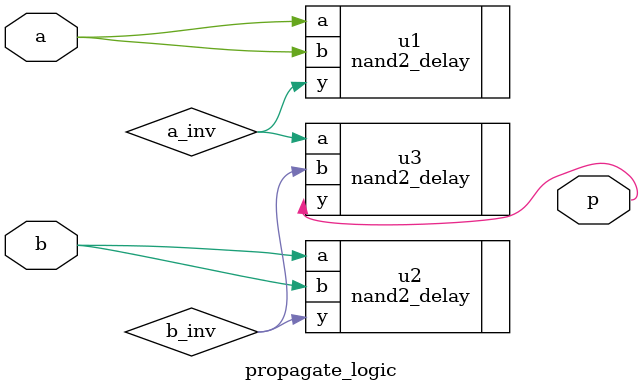
<source format=sv>
module propagate_logic 
  (
    input logic a,
    input logic b,
    output logic p
  );

  logic a_inv;  
  logic b_inv;  

  nand2_delay u1 
  (
	  .a(a), 
	  .b(a), 
    .y(a_inv)
	); 

  nand2_delay u2 
  (
	  .a(b), 
	  .b(b), 
    .y(b_inv)
	); 

  nand2_delay u3 
  (
    .a(a_inv), 
    .b(b_inv), 
	  .y(p)
	); 
  
endmodule
</source>
